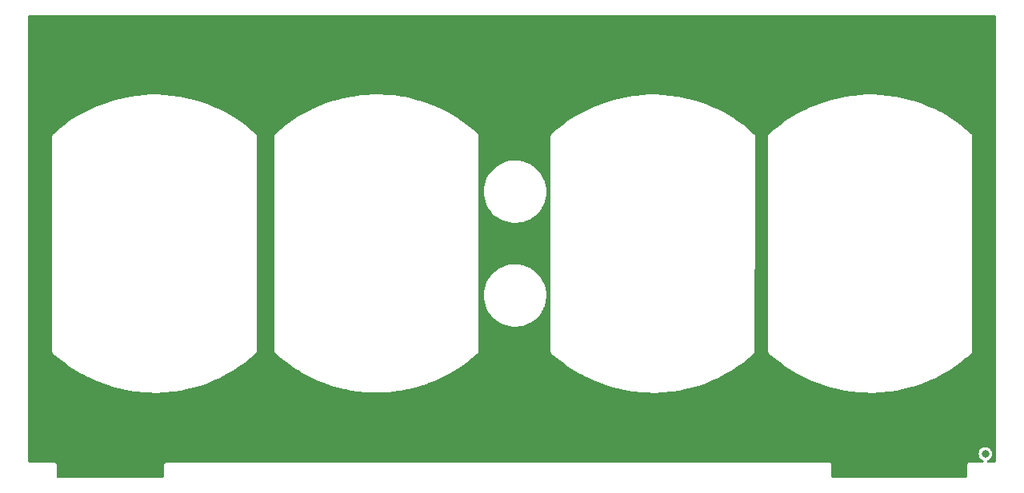
<source format=gbr>
G04 #@! TF.GenerationSoftware,KiCad,Pcbnew,(6.0.0)*
G04 #@! TF.CreationDate,2022-12-26T00:40:54+03:00*
G04 #@! TF.ProjectId,front panel,66726f6e-7420-4706-916e-656c2e6b6963,rev?*
G04 #@! TF.SameCoordinates,Original*
G04 #@! TF.FileFunction,Copper,L1,Top*
G04 #@! TF.FilePolarity,Positive*
%FSLAX46Y46*%
G04 Gerber Fmt 4.6, Leading zero omitted, Abs format (unit mm)*
G04 Created by KiCad (PCBNEW (6.0.0)) date 2022-12-26 00:40:54*
%MOMM*%
%LPD*%
G01*
G04 APERTURE LIST*
G04 #@! TA.AperFunction,ViaPad*
%ADD10C,0.800000*%
G04 #@! TD*
G04 APERTURE END LIST*
D10*
X210200000Y-98800000D03*
G04 #@! TA.AperFunction,NonConductor*
G36*
X211242121Y-52320002D02*
G01*
X211288614Y-52373658D01*
X211300000Y-52426000D01*
X211300000Y-99574000D01*
X211279998Y-99642121D01*
X211226342Y-99688614D01*
X211174000Y-99700000D01*
X210500600Y-99700000D01*
X210432479Y-99679998D01*
X210385986Y-99626342D01*
X210375882Y-99556068D01*
X210405376Y-99491488D01*
X210443986Y-99461435D01*
X210583714Y-99391159D01*
X210590498Y-99387747D01*
X210719423Y-99277634D01*
X210818361Y-99139947D01*
X210826237Y-99120356D01*
X210878766Y-98989687D01*
X210878767Y-98989685D01*
X210881601Y-98982634D01*
X210905490Y-98814778D01*
X210905645Y-98800000D01*
X210903840Y-98785080D01*
X210886188Y-98639220D01*
X210885276Y-98631680D01*
X210825345Y-98473077D01*
X210729312Y-98333349D01*
X210717514Y-98322837D01*
X210608392Y-98225612D01*
X210608388Y-98225610D01*
X210602721Y-98220560D01*
X210452881Y-98141224D01*
X210288441Y-98099919D01*
X210280843Y-98099879D01*
X210280841Y-98099879D01*
X210203668Y-98099475D01*
X210118895Y-98099031D01*
X210111508Y-98100805D01*
X210111504Y-98100805D01*
X209968162Y-98135220D01*
X209954032Y-98138612D01*
X209947288Y-98142093D01*
X209947285Y-98142094D01*
X209942089Y-98144776D01*
X209803369Y-98216375D01*
X209675604Y-98327831D01*
X209578113Y-98466547D01*
X209516524Y-98624513D01*
X209494394Y-98792611D01*
X209512999Y-98961135D01*
X209571266Y-99120356D01*
X209575502Y-99126659D01*
X209575502Y-99126660D01*
X209588574Y-99146113D01*
X209665830Y-99261083D01*
X209671442Y-99266190D01*
X209671445Y-99266193D01*
X209785612Y-99370077D01*
X209785616Y-99370080D01*
X209791233Y-99375191D01*
X209797906Y-99378814D01*
X209797910Y-99378817D01*
X209933558Y-99452467D01*
X209933560Y-99452468D01*
X209940235Y-99456092D01*
X209945387Y-99457444D01*
X210000598Y-99500523D01*
X210024074Y-99567526D01*
X210007598Y-99636584D01*
X209956403Y-99685773D01*
X209898240Y-99700000D01*
X208652256Y-99700000D01*
X208640756Y-99699438D01*
X208629782Y-99696260D01*
X208618189Y-99697264D01*
X208618188Y-99697264D01*
X208594482Y-99699317D01*
X208593538Y-99699399D01*
X208592025Y-99699530D01*
X208581153Y-99700000D01*
X208572095Y-99700000D01*
X208566394Y-99701062D01*
X208566391Y-99701062D01*
X208565539Y-99701221D01*
X208553352Y-99702879D01*
X208532860Y-99704654D01*
X208518440Y-99705903D01*
X208507989Y-99711012D01*
X208504714Y-99711920D01*
X208501563Y-99713136D01*
X208490130Y-99715265D01*
X208460284Y-99733662D01*
X208449528Y-99739588D01*
X208418034Y-99754983D01*
X208410120Y-99763515D01*
X208407403Y-99765533D01*
X208404900Y-99767803D01*
X208394993Y-99773909D01*
X208373782Y-99801803D01*
X208365871Y-99811216D01*
X208342029Y-99836917D01*
X208337717Y-99847723D01*
X208335905Y-99850590D01*
X208334386Y-99853611D01*
X208327346Y-99862869D01*
X208324112Y-99874037D01*
X208324109Y-99874043D01*
X208317599Y-99896525D01*
X208313602Y-99908167D01*
X208303910Y-99932459D01*
X208303909Y-99932465D01*
X208300615Y-99940720D01*
X208300000Y-99946993D01*
X208300000Y-99950082D01*
X208299850Y-99953145D01*
X208299736Y-99953139D01*
X208299438Y-99959244D01*
X208296260Y-99970218D01*
X208297264Y-99981811D01*
X208297264Y-99981812D01*
X208299530Y-100007975D01*
X208300000Y-100018847D01*
X208300000Y-101174000D01*
X208279998Y-101242121D01*
X208226342Y-101288614D01*
X208174000Y-101300000D01*
X194026000Y-101300000D01*
X193957879Y-101279998D01*
X193911386Y-101226342D01*
X193900000Y-101174000D01*
X193900000Y-100052256D01*
X193900562Y-100040756D01*
X193903740Y-100029782D01*
X193900470Y-99992025D01*
X193900000Y-99981153D01*
X193900000Y-99972095D01*
X193898779Y-99965538D01*
X193897121Y-99953352D01*
X193895101Y-99930033D01*
X193894097Y-99918440D01*
X193888988Y-99907989D01*
X193888080Y-99904714D01*
X193886864Y-99901563D01*
X193884735Y-99890130D01*
X193866338Y-99860284D01*
X193860412Y-99849528D01*
X193845017Y-99818034D01*
X193836485Y-99810120D01*
X193834467Y-99807403D01*
X193832197Y-99804900D01*
X193826091Y-99794993D01*
X193798195Y-99773781D01*
X193788784Y-99765871D01*
X193763083Y-99742029D01*
X193752277Y-99737717D01*
X193749410Y-99735905D01*
X193746389Y-99734386D01*
X193737131Y-99727346D01*
X193725963Y-99724112D01*
X193725957Y-99724109D01*
X193703475Y-99717599D01*
X193691833Y-99713602D01*
X193667541Y-99703910D01*
X193667535Y-99703909D01*
X193659280Y-99700615D01*
X193653007Y-99700000D01*
X193649918Y-99700000D01*
X193646855Y-99699850D01*
X193646861Y-99699736D01*
X193640756Y-99699438D01*
X193629782Y-99696260D01*
X193618189Y-99697264D01*
X193618188Y-99697264D01*
X193594482Y-99699317D01*
X193593538Y-99699399D01*
X193592025Y-99699530D01*
X193581153Y-99700000D01*
X123652256Y-99700000D01*
X123640756Y-99699438D01*
X123629782Y-99696260D01*
X123618189Y-99697264D01*
X123618188Y-99697264D01*
X123594482Y-99699317D01*
X123593538Y-99699399D01*
X123592025Y-99699530D01*
X123581153Y-99700000D01*
X123572095Y-99700000D01*
X123566394Y-99701062D01*
X123566391Y-99701062D01*
X123565539Y-99701221D01*
X123553352Y-99702879D01*
X123532860Y-99704654D01*
X123518440Y-99705903D01*
X123507989Y-99711012D01*
X123504714Y-99711920D01*
X123501563Y-99713136D01*
X123490130Y-99715265D01*
X123460284Y-99733662D01*
X123449528Y-99739588D01*
X123418034Y-99754983D01*
X123410120Y-99763515D01*
X123407403Y-99765533D01*
X123404900Y-99767803D01*
X123394993Y-99773909D01*
X123373782Y-99801803D01*
X123365871Y-99811216D01*
X123342029Y-99836917D01*
X123337717Y-99847723D01*
X123335905Y-99850590D01*
X123334386Y-99853611D01*
X123327346Y-99862869D01*
X123324112Y-99874037D01*
X123324109Y-99874043D01*
X123317599Y-99896525D01*
X123313602Y-99908167D01*
X123303910Y-99932459D01*
X123303909Y-99932465D01*
X123300615Y-99940720D01*
X123300000Y-99946993D01*
X123300000Y-99950082D01*
X123299850Y-99953145D01*
X123299736Y-99953139D01*
X123299438Y-99959244D01*
X123296260Y-99970218D01*
X123297264Y-99981811D01*
X123297264Y-99981812D01*
X123299530Y-100007975D01*
X123300000Y-100018847D01*
X123300000Y-101174000D01*
X123279998Y-101242121D01*
X123226342Y-101288614D01*
X123174000Y-101300000D01*
X112026000Y-101300000D01*
X111957879Y-101279998D01*
X111911386Y-101226342D01*
X111900000Y-101174000D01*
X111900000Y-100052256D01*
X111900562Y-100040756D01*
X111903740Y-100029782D01*
X111900470Y-99992025D01*
X111900000Y-99981153D01*
X111900000Y-99972095D01*
X111898779Y-99965538D01*
X111897121Y-99953352D01*
X111895101Y-99930033D01*
X111894097Y-99918440D01*
X111888988Y-99907989D01*
X111888080Y-99904714D01*
X111886864Y-99901563D01*
X111884735Y-99890130D01*
X111866338Y-99860284D01*
X111860412Y-99849528D01*
X111845017Y-99818034D01*
X111836485Y-99810120D01*
X111834467Y-99807403D01*
X111832197Y-99804900D01*
X111826091Y-99794993D01*
X111798195Y-99773781D01*
X111788784Y-99765871D01*
X111763083Y-99742029D01*
X111752277Y-99737717D01*
X111749410Y-99735905D01*
X111746389Y-99734386D01*
X111737131Y-99727346D01*
X111725963Y-99724112D01*
X111725957Y-99724109D01*
X111703475Y-99717599D01*
X111691833Y-99713602D01*
X111667541Y-99703910D01*
X111667535Y-99703909D01*
X111659280Y-99700615D01*
X111653007Y-99700000D01*
X111649918Y-99700000D01*
X111646855Y-99699850D01*
X111646861Y-99699736D01*
X111640756Y-99699438D01*
X111629782Y-99696260D01*
X111618189Y-99697264D01*
X111618188Y-99697264D01*
X111594482Y-99699317D01*
X111593538Y-99699399D01*
X111592025Y-99699530D01*
X111581153Y-99700000D01*
X109026000Y-99700000D01*
X108957879Y-99679998D01*
X108911386Y-99626342D01*
X108900000Y-99574000D01*
X108900000Y-87938304D01*
X111447791Y-87938304D01*
X111451055Y-87948832D01*
X111451055Y-87948834D01*
X111455994Y-87964767D01*
X111459517Y-87979020D01*
X111465252Y-88009836D01*
X111471357Y-88019743D01*
X111472018Y-88021457D01*
X111472501Y-88022313D01*
X111475853Y-88028829D01*
X111479117Y-88039356D01*
X111489026Y-88052399D01*
X111498315Y-88064627D01*
X111505248Y-88074740D01*
X111517208Y-88094147D01*
X111523884Y-88104980D01*
X111533143Y-88112023D01*
X111534118Y-88113098D01*
X111536938Y-88115466D01*
X111543117Y-88123599D01*
X111543597Y-88123908D01*
X111792334Y-88343189D01*
X112091229Y-88606688D01*
X112112840Y-88625740D01*
X112705985Y-89099982D01*
X113321240Y-89545165D01*
X113325164Y-89547726D01*
X113955894Y-89959420D01*
X113955905Y-89959427D01*
X113957183Y-89960261D01*
X113958487Y-89961026D01*
X113958509Y-89961039D01*
X114578224Y-90324308D01*
X114612343Y-90344308D01*
X114613673Y-90345004D01*
X114613682Y-90345009D01*
X115246986Y-90676420D01*
X115285205Y-90696420D01*
X115974215Y-91015783D01*
X116677779Y-91301658D01*
X116679166Y-91302145D01*
X116679189Y-91302154D01*
X117100209Y-91450072D01*
X117394271Y-91553385D01*
X117395692Y-91553809D01*
X117395696Y-91553810D01*
X117615805Y-91619440D01*
X118122034Y-91770381D01*
X118859387Y-91952144D01*
X119604624Y-92098256D01*
X119606125Y-92098476D01*
X119606131Y-92098477D01*
X120250738Y-92192947D01*
X120356023Y-92208377D01*
X121111846Y-92282254D01*
X121264565Y-92289797D01*
X121868839Y-92319641D01*
X121868859Y-92319641D01*
X121870347Y-92319715D01*
X121871858Y-92319717D01*
X121871862Y-92319717D01*
X122208472Y-92320142D01*
X122629772Y-92320674D01*
X122631263Y-92320604D01*
X122631269Y-92320604D01*
X123056607Y-92300674D01*
X123388365Y-92285129D01*
X123389878Y-92284985D01*
X124142882Y-92213303D01*
X124142889Y-92213302D01*
X124144372Y-92213161D01*
X124524568Y-92158422D01*
X124894556Y-92105153D01*
X124894569Y-92105151D01*
X124896047Y-92104938D01*
X124897516Y-92104654D01*
X124897521Y-92104653D01*
X125094149Y-92066618D01*
X125641651Y-91960710D01*
X125643103Y-91960356D01*
X126378006Y-91781164D01*
X126378024Y-91781159D01*
X126379460Y-91780809D01*
X127107769Y-91565651D01*
X127568855Y-91404964D01*
X127823458Y-91316236D01*
X127823466Y-91316233D01*
X127824895Y-91315735D01*
X128529178Y-91031638D01*
X128530562Y-91031001D01*
X128530573Y-91030996D01*
X129217589Y-90714663D01*
X129218992Y-90714017D01*
X129220341Y-90713315D01*
X129220352Y-90713310D01*
X129891397Y-90364305D01*
X129891412Y-90364297D01*
X129892742Y-90363605D01*
X130548870Y-89981214D01*
X131185859Y-89567726D01*
X131802236Y-89124098D01*
X132371394Y-88671387D01*
X132395392Y-88652299D01*
X132395403Y-88652290D01*
X132396577Y-88651356D01*
X132555510Y-88511956D01*
X132959118Y-88157952D01*
X132959119Y-88157951D01*
X132967086Y-88150963D01*
X132967567Y-88150655D01*
X132987012Y-88125193D01*
X132994804Y-88115946D01*
X133019156Y-88089715D01*
X133023471Y-88078913D01*
X133024251Y-88077680D01*
X133025673Y-88074570D01*
X133031779Y-88066574D01*
X133042543Y-88032160D01*
X133045778Y-88023063D01*
X133046420Y-88021457D01*
X133060610Y-87985928D01*
X133061228Y-87979655D01*
X133061230Y-87975215D01*
X133061458Y-87971687D01*
X133063361Y-87965602D01*
X133061385Y-87922611D01*
X133061287Y-87918304D01*
X134947791Y-87918304D01*
X134951055Y-87928832D01*
X134951055Y-87928834D01*
X134955994Y-87944767D01*
X134959517Y-87959020D01*
X134965252Y-87989836D01*
X134971357Y-87999743D01*
X134972018Y-88001457D01*
X134972501Y-88002313D01*
X134975853Y-88008829D01*
X134979117Y-88019356D01*
X134985785Y-88028133D01*
X134998315Y-88044627D01*
X135005248Y-88054740D01*
X135017781Y-88075077D01*
X135023884Y-88084980D01*
X135033143Y-88092023D01*
X135034118Y-88093098D01*
X135036938Y-88095466D01*
X135043117Y-88103599D01*
X135043597Y-88103908D01*
X135612840Y-88605740D01*
X136205985Y-89079982D01*
X136821240Y-89525165D01*
X136822496Y-89525985D01*
X136822505Y-89525991D01*
X137455894Y-89939420D01*
X137455905Y-89939427D01*
X137457183Y-89940261D01*
X137458487Y-89941026D01*
X137458509Y-89941039D01*
X137959590Y-90234766D01*
X138112343Y-90324308D01*
X138113673Y-90325004D01*
X138113682Y-90325009D01*
X138464128Y-90508399D01*
X138785205Y-90676420D01*
X139474215Y-90995783D01*
X140177779Y-91281658D01*
X140179166Y-91282145D01*
X140179189Y-91282154D01*
X140564108Y-91417388D01*
X140894271Y-91533385D01*
X140895692Y-91533809D01*
X140895696Y-91533810D01*
X141000801Y-91565149D01*
X141622034Y-91750381D01*
X142359387Y-91932144D01*
X142360869Y-91932435D01*
X142360871Y-91932435D01*
X142461396Y-91952144D01*
X143104624Y-92078256D01*
X143106125Y-92078476D01*
X143106131Y-92078477D01*
X143854508Y-92188155D01*
X143856023Y-92188377D01*
X144611846Y-92262254D01*
X144764565Y-92269797D01*
X145368839Y-92299641D01*
X145368859Y-92299641D01*
X145370347Y-92299715D01*
X145371858Y-92299717D01*
X145371862Y-92299717D01*
X145708472Y-92300142D01*
X146129772Y-92300674D01*
X146131263Y-92300604D01*
X146131269Y-92300604D01*
X146472548Y-92284613D01*
X146888365Y-92265129D01*
X146889878Y-92264985D01*
X147642882Y-92193303D01*
X147642889Y-92193302D01*
X147644372Y-92193161D01*
X148024568Y-92138422D01*
X148394556Y-92085153D01*
X148394569Y-92085151D01*
X148396047Y-92084938D01*
X148397516Y-92084654D01*
X148397521Y-92084653D01*
X148594149Y-92046618D01*
X149141651Y-91940710D01*
X149143103Y-91940356D01*
X149878006Y-91761164D01*
X149878024Y-91761159D01*
X149879460Y-91760809D01*
X150607769Y-91545651D01*
X151033205Y-91397388D01*
X151323458Y-91296236D01*
X151323466Y-91296233D01*
X151324895Y-91295735D01*
X152029178Y-91011638D01*
X152030562Y-91011001D01*
X152030573Y-91010996D01*
X152717589Y-90694663D01*
X152718992Y-90694017D01*
X152720341Y-90693315D01*
X152720352Y-90693310D01*
X153391397Y-90344305D01*
X153391412Y-90344297D01*
X153392742Y-90343605D01*
X154048870Y-89961214D01*
X154685859Y-89547726D01*
X155302236Y-89104098D01*
X155535150Y-88918837D01*
X155895392Y-88632299D01*
X155895403Y-88632290D01*
X155896577Y-88631356D01*
X156384946Y-88203008D01*
X156459118Y-88137952D01*
X156459119Y-88137951D01*
X156467086Y-88130963D01*
X156467567Y-88130655D01*
X156475412Y-88120383D01*
X156487010Y-88105195D01*
X156494804Y-88095946D01*
X156519156Y-88069715D01*
X156523471Y-88058913D01*
X156524251Y-88057680D01*
X156525673Y-88054570D01*
X156531779Y-88046574D01*
X156542543Y-88012160D01*
X156545778Y-88003063D01*
X156546420Y-88001457D01*
X156560610Y-87965928D01*
X156561228Y-87959655D01*
X156561230Y-87955215D01*
X156561458Y-87951687D01*
X156563361Y-87945602D01*
X156563026Y-87938304D01*
X164187791Y-87938304D01*
X164191055Y-87948832D01*
X164191055Y-87948834D01*
X164195994Y-87964767D01*
X164199517Y-87979020D01*
X164205252Y-88009836D01*
X164211357Y-88019743D01*
X164212018Y-88021457D01*
X164212501Y-88022313D01*
X164215853Y-88028829D01*
X164219117Y-88039356D01*
X164229026Y-88052399D01*
X164238315Y-88064627D01*
X164245248Y-88074740D01*
X164257208Y-88094147D01*
X164263884Y-88104980D01*
X164273143Y-88112023D01*
X164274118Y-88113098D01*
X164276938Y-88115466D01*
X164283117Y-88123599D01*
X164283597Y-88123908D01*
X164532334Y-88343189D01*
X164831229Y-88606688D01*
X164852840Y-88625740D01*
X165445985Y-89099982D01*
X166061240Y-89545165D01*
X166065164Y-89547726D01*
X166695894Y-89959420D01*
X166695905Y-89959427D01*
X166697183Y-89960261D01*
X166698487Y-89961026D01*
X166698509Y-89961039D01*
X167318224Y-90324308D01*
X167352343Y-90344308D01*
X167353673Y-90345004D01*
X167353682Y-90345009D01*
X167986986Y-90676420D01*
X168025205Y-90696420D01*
X168714215Y-91015783D01*
X169417779Y-91301658D01*
X169419166Y-91302145D01*
X169419189Y-91302154D01*
X169840209Y-91450072D01*
X170134271Y-91553385D01*
X170135692Y-91553809D01*
X170135696Y-91553810D01*
X170355805Y-91619440D01*
X170862034Y-91770381D01*
X171599387Y-91952144D01*
X172344624Y-92098256D01*
X172346125Y-92098476D01*
X172346131Y-92098477D01*
X172990738Y-92192947D01*
X173096023Y-92208377D01*
X173851846Y-92282254D01*
X174004565Y-92289797D01*
X174608839Y-92319641D01*
X174608859Y-92319641D01*
X174610347Y-92319715D01*
X174611858Y-92319717D01*
X174611862Y-92319717D01*
X174948472Y-92320142D01*
X175369772Y-92320674D01*
X175371263Y-92320604D01*
X175371269Y-92320604D01*
X175796607Y-92300674D01*
X176128365Y-92285129D01*
X176129878Y-92284985D01*
X176882882Y-92213303D01*
X176882889Y-92213302D01*
X176884372Y-92213161D01*
X177264568Y-92158422D01*
X177634556Y-92105153D01*
X177634569Y-92105151D01*
X177636047Y-92104938D01*
X177637516Y-92104654D01*
X177637521Y-92104653D01*
X177834149Y-92066618D01*
X178381651Y-91960710D01*
X178383103Y-91960356D01*
X179118006Y-91781164D01*
X179118024Y-91781159D01*
X179119460Y-91780809D01*
X179847769Y-91565651D01*
X180308855Y-91404964D01*
X180563458Y-91316236D01*
X180563466Y-91316233D01*
X180564895Y-91315735D01*
X181269178Y-91031638D01*
X181270562Y-91031001D01*
X181270573Y-91030996D01*
X181957589Y-90714663D01*
X181958992Y-90714017D01*
X181960341Y-90713315D01*
X181960352Y-90713310D01*
X182631397Y-90364305D01*
X182631412Y-90364297D01*
X182632742Y-90363605D01*
X183288870Y-89981214D01*
X183925859Y-89567726D01*
X184542236Y-89124098D01*
X185111394Y-88671387D01*
X185135392Y-88652299D01*
X185135403Y-88652290D01*
X185136577Y-88651356D01*
X185295510Y-88511956D01*
X185699118Y-88157952D01*
X185699119Y-88157951D01*
X185707086Y-88150963D01*
X185707567Y-88150655D01*
X185727012Y-88125193D01*
X185734804Y-88115946D01*
X185759156Y-88089715D01*
X185763471Y-88078913D01*
X185764251Y-88077680D01*
X185765673Y-88074570D01*
X185771779Y-88066574D01*
X185782543Y-88032160D01*
X185785778Y-88023063D01*
X185786420Y-88021457D01*
X185800610Y-87985928D01*
X185801228Y-87979655D01*
X185801230Y-87975215D01*
X185801458Y-87971687D01*
X185803361Y-87965602D01*
X185802106Y-87938304D01*
X187197791Y-87938304D01*
X187201055Y-87948832D01*
X187201055Y-87948834D01*
X187205994Y-87964767D01*
X187209517Y-87979020D01*
X187215252Y-88009836D01*
X187221357Y-88019743D01*
X187222018Y-88021457D01*
X187222501Y-88022313D01*
X187225853Y-88028829D01*
X187229117Y-88039356D01*
X187239026Y-88052399D01*
X187248315Y-88064627D01*
X187255248Y-88074740D01*
X187267208Y-88094147D01*
X187273884Y-88104980D01*
X187283143Y-88112023D01*
X187284118Y-88113098D01*
X187286938Y-88115466D01*
X187293117Y-88123599D01*
X187293597Y-88123908D01*
X187542334Y-88343189D01*
X187841229Y-88606688D01*
X187862840Y-88625740D01*
X188455985Y-89099982D01*
X189071240Y-89545165D01*
X189075164Y-89547726D01*
X189705894Y-89959420D01*
X189705905Y-89959427D01*
X189707183Y-89960261D01*
X189708487Y-89961026D01*
X189708509Y-89961039D01*
X190328224Y-90324308D01*
X190362343Y-90344308D01*
X190363673Y-90345004D01*
X190363682Y-90345009D01*
X190996986Y-90676420D01*
X191035205Y-90696420D01*
X191724215Y-91015783D01*
X192427779Y-91301658D01*
X192429166Y-91302145D01*
X192429189Y-91302154D01*
X192850209Y-91450072D01*
X193144271Y-91553385D01*
X193145692Y-91553809D01*
X193145696Y-91553810D01*
X193365805Y-91619440D01*
X193872034Y-91770381D01*
X194609387Y-91952144D01*
X195354624Y-92098256D01*
X195356125Y-92098476D01*
X195356131Y-92098477D01*
X196000738Y-92192947D01*
X196106023Y-92208377D01*
X196861846Y-92282254D01*
X197014565Y-92289797D01*
X197618839Y-92319641D01*
X197618859Y-92319641D01*
X197620347Y-92319715D01*
X197621858Y-92319717D01*
X197621862Y-92319717D01*
X197958472Y-92320142D01*
X198379772Y-92320674D01*
X198381263Y-92320604D01*
X198381269Y-92320604D01*
X198806607Y-92300674D01*
X199138365Y-92285129D01*
X199139878Y-92284985D01*
X199892882Y-92213303D01*
X199892889Y-92213302D01*
X199894372Y-92213161D01*
X200274568Y-92158422D01*
X200644556Y-92105153D01*
X200644569Y-92105151D01*
X200646047Y-92104938D01*
X200647516Y-92104654D01*
X200647521Y-92104653D01*
X200844149Y-92066618D01*
X201391651Y-91960710D01*
X201393103Y-91960356D01*
X202128006Y-91781164D01*
X202128024Y-91781159D01*
X202129460Y-91780809D01*
X202857769Y-91565651D01*
X203318855Y-91404964D01*
X203573458Y-91316236D01*
X203573466Y-91316233D01*
X203574895Y-91315735D01*
X204279178Y-91031638D01*
X204280562Y-91031001D01*
X204280573Y-91030996D01*
X204967589Y-90714663D01*
X204968992Y-90714017D01*
X204970341Y-90713315D01*
X204970352Y-90713310D01*
X205641397Y-90364305D01*
X205641412Y-90364297D01*
X205642742Y-90363605D01*
X206298870Y-89981214D01*
X206935859Y-89567726D01*
X207552236Y-89124098D01*
X208121394Y-88671387D01*
X208145392Y-88652299D01*
X208145403Y-88652290D01*
X208146577Y-88651356D01*
X208305510Y-88511956D01*
X208709118Y-88157952D01*
X208709119Y-88157951D01*
X208717086Y-88150963D01*
X208717567Y-88150655D01*
X208737012Y-88125193D01*
X208744804Y-88115946D01*
X208769156Y-88089715D01*
X208773471Y-88078913D01*
X208774251Y-88077680D01*
X208775673Y-88074570D01*
X208781779Y-88066574D01*
X208792543Y-88032160D01*
X208795778Y-88023063D01*
X208796420Y-88021457D01*
X208810610Y-87985928D01*
X208811228Y-87979655D01*
X208811230Y-87975215D01*
X208811458Y-87971687D01*
X208813361Y-87965602D01*
X208811385Y-87922611D01*
X208811252Y-87916783D01*
X208811258Y-87902617D01*
X208817875Y-70659715D01*
X208819997Y-65129652D01*
X208820126Y-65124002D01*
X208821587Y-65091736D01*
X208821587Y-65091733D01*
X208822085Y-65080725D01*
X208814016Y-65054990D01*
X208810367Y-65040318D01*
X208806902Y-65021673D01*
X208804777Y-65010239D01*
X208798679Y-65000337D01*
X208797923Y-64998376D01*
X208793732Y-64990294D01*
X208790434Y-64979775D01*
X208783739Y-64971020D01*
X208783737Y-64971017D01*
X208771600Y-64955146D01*
X208764403Y-64944682D01*
X208752271Y-64924984D01*
X208752269Y-64924982D01*
X208746170Y-64915079D01*
X208736914Y-64908035D01*
X208735927Y-64906945D01*
X208732619Y-64904177D01*
X208726164Y-64895737D01*
X208725663Y-64895417D01*
X208348429Y-64565015D01*
X208155709Y-64396220D01*
X208155704Y-64396215D01*
X208154567Y-64395220D01*
X208153376Y-64394274D01*
X207560807Y-63923657D01*
X207560800Y-63923652D01*
X207559613Y-63922709D01*
X207456514Y-63848627D01*
X206943841Y-63480244D01*
X206943827Y-63480234D01*
X206942617Y-63479365D01*
X206443090Y-63155685D01*
X206306273Y-63067031D01*
X206306262Y-63067024D01*
X206305010Y-63066213D01*
X205648266Y-62684211D01*
X205646926Y-62683515D01*
X205646914Y-62683509D01*
X205266041Y-62485850D01*
X204973907Y-62334243D01*
X204283494Y-62017119D01*
X204082554Y-61936288D01*
X203580054Y-61734148D01*
X203580038Y-61734142D01*
X203578626Y-61733574D01*
X202860934Y-61484263D01*
X202132080Y-61269765D01*
X201393751Y-61090576D01*
X200718489Y-60960730D01*
X200649162Y-60947399D01*
X200649154Y-60947398D01*
X200647658Y-60947110D01*
X200646176Y-60946898D01*
X200646156Y-60946895D01*
X199897007Y-60839911D01*
X199896993Y-60839909D01*
X199895527Y-60839700D01*
X199894032Y-60839559D01*
X199894028Y-60839559D01*
X199140592Y-60768735D01*
X199140582Y-60768734D01*
X199139100Y-60768595D01*
X198380129Y-60733959D01*
X198033423Y-60734832D01*
X197621878Y-60735868D01*
X197621870Y-60735868D01*
X197620370Y-60735872D01*
X197618857Y-60735949D01*
X197618845Y-60735949D01*
X196863097Y-60774253D01*
X196863088Y-60774254D01*
X196861582Y-60774330D01*
X196305130Y-60829466D01*
X196107026Y-60849095D01*
X196107023Y-60849095D01*
X196105523Y-60849244D01*
X195353943Y-60960441D01*
X195352486Y-60960729D01*
X195352479Y-60960730D01*
X195168501Y-60997069D01*
X194608581Y-61107662D01*
X194383743Y-61163430D01*
X193872627Y-61290205D01*
X193872613Y-61290209D01*
X193871165Y-61290568D01*
X193143400Y-61508734D01*
X192426973Y-61761656D01*
X192425573Y-61762227D01*
X192425574Y-61762227D01*
X191724959Y-62048169D01*
X191724949Y-62048173D01*
X191723541Y-62048748D01*
X191722173Y-62049385D01*
X191722154Y-62049393D01*
X191077704Y-62349344D01*
X191034734Y-62369344D01*
X191033402Y-62370044D01*
X190363492Y-62721997D01*
X190363480Y-62722004D01*
X190362147Y-62722704D01*
X189707335Y-63108009D01*
X189071817Y-63524367D01*
X189070592Y-63525257D01*
X189070590Y-63525258D01*
X188471167Y-63960570D01*
X188457062Y-63970813D01*
X187864494Y-64446314D01*
X187863359Y-64447319D01*
X187863351Y-64447325D01*
X187303852Y-64942367D01*
X187303851Y-64942369D01*
X187295921Y-64949385D01*
X187295426Y-64949705D01*
X187288777Y-64958490D01*
X187288774Y-64958493D01*
X187276606Y-64974571D01*
X187268503Y-64984231D01*
X187244767Y-65009813D01*
X187240456Y-65020614D01*
X187239661Y-65021871D01*
X187237939Y-65025662D01*
X187231580Y-65034064D01*
X187228336Y-65044597D01*
X187221222Y-65067694D01*
X187217829Y-65077307D01*
X187203340Y-65113611D01*
X187202724Y-65119884D01*
X187202724Y-65122961D01*
X187202723Y-65122973D01*
X187202723Y-65124507D01*
X187202469Y-65128577D01*
X187200438Y-65135173D01*
X187201711Y-65160458D01*
X187202558Y-65177290D01*
X187202717Y-65183624D01*
X187201628Y-74284159D01*
X187200001Y-87889681D01*
X187199853Y-87895767D01*
X187198834Y-87916783D01*
X187197791Y-87938304D01*
X185802106Y-87938304D01*
X185801385Y-87922611D01*
X185801252Y-87916783D01*
X185801258Y-87902617D01*
X185807875Y-70659715D01*
X185809997Y-65129652D01*
X185810126Y-65124002D01*
X185811587Y-65091736D01*
X185811587Y-65091733D01*
X185812085Y-65080725D01*
X185804016Y-65054990D01*
X185800367Y-65040318D01*
X185796902Y-65021673D01*
X185794777Y-65010239D01*
X185788679Y-65000337D01*
X185787923Y-64998376D01*
X185783732Y-64990294D01*
X185780434Y-64979775D01*
X185773739Y-64971020D01*
X185773737Y-64971017D01*
X185761600Y-64955146D01*
X185754403Y-64944682D01*
X185742271Y-64924984D01*
X185742269Y-64924982D01*
X185736170Y-64915079D01*
X185726914Y-64908035D01*
X185725927Y-64906945D01*
X185722619Y-64904177D01*
X185716164Y-64895737D01*
X185715663Y-64895417D01*
X185338429Y-64565015D01*
X185145709Y-64396220D01*
X185145704Y-64396215D01*
X185144567Y-64395220D01*
X185143376Y-64394274D01*
X184550807Y-63923657D01*
X184550800Y-63923652D01*
X184549613Y-63922709D01*
X184446514Y-63848627D01*
X183933841Y-63480244D01*
X183933827Y-63480234D01*
X183932617Y-63479365D01*
X183433090Y-63155685D01*
X183296273Y-63067031D01*
X183296262Y-63067024D01*
X183295010Y-63066213D01*
X182638266Y-62684211D01*
X182636926Y-62683515D01*
X182636914Y-62683509D01*
X182256041Y-62485850D01*
X181963907Y-62334243D01*
X181273494Y-62017119D01*
X181072554Y-61936288D01*
X180570054Y-61734148D01*
X180570038Y-61734142D01*
X180568626Y-61733574D01*
X179850934Y-61484263D01*
X179122080Y-61269765D01*
X178383751Y-61090576D01*
X177708489Y-60960730D01*
X177639162Y-60947399D01*
X177639154Y-60947398D01*
X177637658Y-60947110D01*
X177636176Y-60946898D01*
X177636156Y-60946895D01*
X176887007Y-60839911D01*
X176886993Y-60839909D01*
X176885527Y-60839700D01*
X176884032Y-60839559D01*
X176884028Y-60839559D01*
X176130592Y-60768735D01*
X176130582Y-60768734D01*
X176129100Y-60768595D01*
X175370129Y-60733959D01*
X175023423Y-60734832D01*
X174611878Y-60735868D01*
X174611870Y-60735868D01*
X174610370Y-60735872D01*
X174608857Y-60735949D01*
X174608845Y-60735949D01*
X173853097Y-60774253D01*
X173853088Y-60774254D01*
X173851582Y-60774330D01*
X173295130Y-60829466D01*
X173097026Y-60849095D01*
X173097023Y-60849095D01*
X173095523Y-60849244D01*
X172343943Y-60960441D01*
X172342486Y-60960729D01*
X172342479Y-60960730D01*
X172158501Y-60997069D01*
X171598581Y-61107662D01*
X171373743Y-61163430D01*
X170862627Y-61290205D01*
X170862613Y-61290209D01*
X170861165Y-61290568D01*
X170133400Y-61508734D01*
X169416973Y-61761656D01*
X169415573Y-61762227D01*
X169415574Y-61762227D01*
X168714959Y-62048169D01*
X168714949Y-62048173D01*
X168713541Y-62048748D01*
X168712173Y-62049385D01*
X168712154Y-62049393D01*
X168067704Y-62349344D01*
X168024734Y-62369344D01*
X168023402Y-62370044D01*
X167353492Y-62721997D01*
X167353480Y-62722004D01*
X167352147Y-62722704D01*
X166697335Y-63108009D01*
X166061817Y-63524367D01*
X166060592Y-63525257D01*
X166060590Y-63525258D01*
X165461167Y-63960570D01*
X165447062Y-63970813D01*
X164854494Y-64446314D01*
X164853359Y-64447319D01*
X164853351Y-64447325D01*
X164293852Y-64942367D01*
X164293851Y-64942369D01*
X164285921Y-64949385D01*
X164285426Y-64949705D01*
X164278777Y-64958490D01*
X164278774Y-64958493D01*
X164266606Y-64974571D01*
X164258503Y-64984231D01*
X164234767Y-65009813D01*
X164230456Y-65020614D01*
X164229661Y-65021871D01*
X164227939Y-65025662D01*
X164221580Y-65034064D01*
X164218336Y-65044597D01*
X164211222Y-65067694D01*
X164207829Y-65077307D01*
X164193340Y-65113611D01*
X164192724Y-65119884D01*
X164192724Y-65122961D01*
X164192723Y-65122973D01*
X164192723Y-65124507D01*
X164192469Y-65128577D01*
X164190438Y-65135173D01*
X164191711Y-65160458D01*
X164192558Y-65177290D01*
X164192717Y-65183624D01*
X164191628Y-74284159D01*
X164190001Y-87889681D01*
X164189853Y-87895767D01*
X164188834Y-87916783D01*
X164187791Y-87938304D01*
X156563026Y-87938304D01*
X156561385Y-87902611D01*
X156561252Y-87896783D01*
X156561253Y-87895767D01*
X156563512Y-82008464D01*
X157115173Y-82008464D01*
X157115345Y-82011859D01*
X157115345Y-82011860D01*
X157116835Y-82041266D01*
X157133257Y-82365451D01*
X157189790Y-82718396D01*
X157284110Y-83063172D01*
X157415114Y-83395744D01*
X157416697Y-83398759D01*
X157579685Y-83709207D01*
X157579690Y-83709215D01*
X157581269Y-83712223D01*
X157583163Y-83715041D01*
X157583168Y-83715050D01*
X157672215Y-83847565D01*
X157780632Y-84008907D01*
X158010870Y-84282323D01*
X158269291Y-84529276D01*
X158552870Y-84746874D01*
X158587659Y-84768026D01*
X158855377Y-84930801D01*
X158855382Y-84930804D01*
X158858292Y-84932573D01*
X158861380Y-84934019D01*
X158861379Y-84934019D01*
X159178899Y-85082757D01*
X159178909Y-85082761D01*
X159181983Y-85084201D01*
X159185201Y-85085303D01*
X159185204Y-85085304D01*
X159516932Y-85198880D01*
X159516940Y-85198882D01*
X159520155Y-85199983D01*
X159868855Y-85278566D01*
X159911669Y-85283444D01*
X160220619Y-85318645D01*
X160220627Y-85318645D01*
X160224002Y-85319030D01*
X160227406Y-85319048D01*
X160227409Y-85319048D01*
X160421011Y-85320061D01*
X160581441Y-85320901D01*
X160584827Y-85320551D01*
X160584829Y-85320551D01*
X160933600Y-85284510D01*
X160933609Y-85284509D01*
X160936992Y-85284159D01*
X160940325Y-85283445D01*
X160940328Y-85283444D01*
X161112403Y-85246554D01*
X161286495Y-85209232D01*
X161625862Y-85096997D01*
X161951123Y-84948767D01*
X162046382Y-84892207D01*
X162255527Y-84768026D01*
X162255532Y-84768023D01*
X162258472Y-84766277D01*
X162284315Y-84746874D01*
X162541582Y-84553712D01*
X162544315Y-84551660D01*
X162805307Y-84307427D01*
X163038396Y-84036436D01*
X163211729Y-83784236D01*
X163238925Y-83744666D01*
X163238930Y-83744659D01*
X163240855Y-83741857D01*
X163242467Y-83738863D01*
X163242472Y-83738855D01*
X163408693Y-83430147D01*
X163410315Y-83427135D01*
X163544794Y-83095953D01*
X163555070Y-83059881D01*
X163641785Y-82755462D01*
X163642719Y-82752184D01*
X163702945Y-82399850D01*
X163704844Y-82368812D01*
X163724656Y-82044870D01*
X163724766Y-82043072D01*
X163724847Y-82020000D01*
X163705517Y-81663079D01*
X163647752Y-81310333D01*
X163552230Y-80965888D01*
X163420066Y-80633775D01*
X163344313Y-80490703D01*
X163254406Y-80320897D01*
X163254402Y-80320890D01*
X163252807Y-80317878D01*
X163052410Y-80021892D01*
X162821218Y-79749281D01*
X162561937Y-79503232D01*
X162344900Y-79337894D01*
X162280307Y-79288687D01*
X162280305Y-79288685D01*
X162277600Y-79286625D01*
X162274688Y-79284868D01*
X162274683Y-79284865D01*
X161974453Y-79103755D01*
X161974452Y-79103755D01*
X161971532Y-79101993D01*
X161963689Y-79098352D01*
X161650395Y-78952926D01*
X161650393Y-78952925D01*
X161647314Y-78951496D01*
X161644102Y-78950409D01*
X161644095Y-78950406D01*
X161311975Y-78837990D01*
X161311970Y-78837988D01*
X161308739Y-78836895D01*
X161294833Y-78833812D01*
X161224812Y-78818289D01*
X160959767Y-78759530D01*
X160834234Y-78745671D01*
X160607863Y-78720679D01*
X160607858Y-78720679D01*
X160604482Y-78720306D01*
X160601083Y-78720300D01*
X160601082Y-78720300D01*
X160432596Y-78720006D01*
X160247038Y-78719682D01*
X160114823Y-78733812D01*
X159895001Y-78757304D01*
X159894995Y-78757305D01*
X159891617Y-78757666D01*
X159888294Y-78758390D01*
X159888291Y-78758391D01*
X159879669Y-78760271D01*
X159542378Y-78833812D01*
X159203405Y-78947231D01*
X158878664Y-79096595D01*
X158875730Y-79098351D01*
X158875728Y-79098352D01*
X158784777Y-79152785D01*
X158571953Y-79280158D01*
X158286861Y-79495771D01*
X158284379Y-79498110D01*
X158284373Y-79498115D01*
X158140353Y-79633833D01*
X158026723Y-79740913D01*
X158024511Y-79743503D01*
X158024509Y-79743505D01*
X157987462Y-79786882D01*
X157794581Y-80012716D01*
X157792662Y-80015528D01*
X157792659Y-80015533D01*
X157786397Y-80024713D01*
X157593152Y-80308000D01*
X157424791Y-80623311D01*
X157423516Y-80626483D01*
X157423514Y-80626487D01*
X157419313Y-80636939D01*
X157291469Y-80954961D01*
X157290550Y-80958229D01*
X157290548Y-80958236D01*
X157195665Y-81295792D01*
X157194744Y-81299070D01*
X157135749Y-81651612D01*
X157116138Y-81991726D01*
X157115173Y-82008464D01*
X156563512Y-82008464D01*
X156566962Y-73017004D01*
X156567733Y-71008464D01*
X157125173Y-71008464D01*
X157125345Y-71011859D01*
X157125345Y-71011860D01*
X157126835Y-71041266D01*
X157143257Y-71365451D01*
X157199790Y-71718396D01*
X157294110Y-72063172D01*
X157425114Y-72395744D01*
X157426697Y-72398759D01*
X157589685Y-72709207D01*
X157589690Y-72709215D01*
X157591269Y-72712223D01*
X157593163Y-72715041D01*
X157593168Y-72715050D01*
X157682215Y-72847565D01*
X157790632Y-73008907D01*
X158020870Y-73282323D01*
X158279291Y-73529276D01*
X158562870Y-73746874D01*
X158597659Y-73768026D01*
X158865377Y-73930801D01*
X158865382Y-73930804D01*
X158868292Y-73932573D01*
X158871380Y-73934019D01*
X158871379Y-73934019D01*
X159188899Y-74082757D01*
X159188909Y-74082761D01*
X159191983Y-74084201D01*
X159195201Y-74085303D01*
X159195204Y-74085304D01*
X159526932Y-74198880D01*
X159526940Y-74198882D01*
X159530155Y-74199983D01*
X159878855Y-74278566D01*
X159921669Y-74283444D01*
X160230619Y-74318645D01*
X160230627Y-74318645D01*
X160234002Y-74319030D01*
X160237406Y-74319048D01*
X160237409Y-74319048D01*
X160431011Y-74320061D01*
X160591441Y-74320901D01*
X160594827Y-74320551D01*
X160594829Y-74320551D01*
X160943600Y-74284510D01*
X160943609Y-74284509D01*
X160946992Y-74284159D01*
X160950325Y-74283445D01*
X160950328Y-74283444D01*
X161122403Y-74246554D01*
X161296495Y-74209232D01*
X161635862Y-74096997D01*
X161961123Y-73948767D01*
X162056382Y-73892207D01*
X162265527Y-73768026D01*
X162265532Y-73768023D01*
X162268472Y-73766277D01*
X162294315Y-73746874D01*
X162551582Y-73553712D01*
X162554315Y-73551660D01*
X162815307Y-73307427D01*
X163048396Y-73036436D01*
X163221729Y-72784236D01*
X163248925Y-72744666D01*
X163248930Y-72744659D01*
X163250855Y-72741857D01*
X163252467Y-72738863D01*
X163252472Y-72738855D01*
X163418693Y-72430147D01*
X163420315Y-72427135D01*
X163554794Y-72095953D01*
X163565070Y-72059881D01*
X163651785Y-71755462D01*
X163652719Y-71752184D01*
X163712945Y-71399850D01*
X163714844Y-71368812D01*
X163734656Y-71044870D01*
X163734766Y-71043072D01*
X163734847Y-71020000D01*
X163715517Y-70663079D01*
X163657752Y-70310333D01*
X163562230Y-69965888D01*
X163430066Y-69633775D01*
X163354313Y-69490703D01*
X163264406Y-69320897D01*
X163264402Y-69320890D01*
X163262807Y-69317878D01*
X163062410Y-69021892D01*
X162831218Y-68749281D01*
X162571937Y-68503232D01*
X162354900Y-68337894D01*
X162290307Y-68288687D01*
X162290305Y-68288685D01*
X162287600Y-68286625D01*
X162284688Y-68284868D01*
X162284683Y-68284865D01*
X161984453Y-68103755D01*
X161984452Y-68103755D01*
X161981532Y-68101993D01*
X161973689Y-68098352D01*
X161660395Y-67952926D01*
X161660393Y-67952925D01*
X161657314Y-67951496D01*
X161654102Y-67950409D01*
X161654095Y-67950406D01*
X161321975Y-67837990D01*
X161321970Y-67837988D01*
X161318739Y-67836895D01*
X161304833Y-67833812D01*
X161234812Y-67818289D01*
X160969767Y-67759530D01*
X160844234Y-67745671D01*
X160617863Y-67720679D01*
X160617858Y-67720679D01*
X160614482Y-67720306D01*
X160611083Y-67720300D01*
X160611082Y-67720300D01*
X160442596Y-67720006D01*
X160257038Y-67719682D01*
X160124823Y-67733812D01*
X159905001Y-67757304D01*
X159904995Y-67757305D01*
X159901617Y-67757666D01*
X159898294Y-67758390D01*
X159898291Y-67758391D01*
X159889669Y-67760271D01*
X159552378Y-67833812D01*
X159213405Y-67947231D01*
X158888664Y-68096595D01*
X158885730Y-68098351D01*
X158885728Y-68098352D01*
X158794777Y-68152785D01*
X158581953Y-68280158D01*
X158296861Y-68495771D01*
X158294379Y-68498110D01*
X158294373Y-68498115D01*
X158150353Y-68633833D01*
X158036723Y-68740913D01*
X158034511Y-68743503D01*
X158034509Y-68743505D01*
X157997462Y-68786882D01*
X157804581Y-69012716D01*
X157802662Y-69015528D01*
X157802659Y-69015533D01*
X157796397Y-69024713D01*
X157603152Y-69308000D01*
X157434791Y-69623311D01*
X157433516Y-69626483D01*
X157433514Y-69626487D01*
X157429313Y-69636939D01*
X157301469Y-69954961D01*
X157300550Y-69958229D01*
X157300548Y-69958236D01*
X157205665Y-70295792D01*
X157204744Y-70299070D01*
X157145749Y-70651612D01*
X157126138Y-70991726D01*
X157125173Y-71008464D01*
X156567733Y-71008464D01*
X156569997Y-65109652D01*
X156570126Y-65104002D01*
X156571587Y-65071736D01*
X156571587Y-65071733D01*
X156572085Y-65060725D01*
X156564016Y-65034990D01*
X156560367Y-65020318D01*
X156556902Y-65001673D01*
X156554777Y-64990239D01*
X156548679Y-64980337D01*
X156547923Y-64978376D01*
X156543732Y-64970294D01*
X156540434Y-64959775D01*
X156533739Y-64951020D01*
X156533737Y-64951017D01*
X156521600Y-64935146D01*
X156514403Y-64924682D01*
X156502271Y-64904984D01*
X156502269Y-64904982D01*
X156496170Y-64895079D01*
X156486914Y-64888035D01*
X156485927Y-64886945D01*
X156482619Y-64884177D01*
X156476164Y-64875737D01*
X156475663Y-64875417D01*
X155984647Y-64445358D01*
X155905709Y-64376220D01*
X155905704Y-64376215D01*
X155904567Y-64375220D01*
X155880004Y-64355712D01*
X155310807Y-63903657D01*
X155310800Y-63903652D01*
X155309613Y-63902709D01*
X155206514Y-63828627D01*
X154693841Y-63460244D01*
X154693827Y-63460234D01*
X154692617Y-63459365D01*
X154249392Y-63172167D01*
X154056273Y-63047031D01*
X154056262Y-63047024D01*
X154055010Y-63046213D01*
X153398266Y-62664211D01*
X153396926Y-62663515D01*
X153396914Y-62663509D01*
X153048569Y-62482731D01*
X152723907Y-62314243D01*
X152602782Y-62258607D01*
X152147300Y-62049393D01*
X152033494Y-61997119D01*
X151571398Y-61811233D01*
X151330054Y-61714148D01*
X151330038Y-61714142D01*
X151328626Y-61713574D01*
X150610934Y-61464263D01*
X149882080Y-61249765D01*
X149143751Y-61070576D01*
X148738589Y-60992668D01*
X148399162Y-60927399D01*
X148399154Y-60927398D01*
X148397658Y-60927110D01*
X148396176Y-60926898D01*
X148396156Y-60926895D01*
X147647007Y-60819911D01*
X147646993Y-60819909D01*
X147645527Y-60819700D01*
X147644032Y-60819559D01*
X147644028Y-60819559D01*
X146890592Y-60748735D01*
X146890582Y-60748734D01*
X146889100Y-60748595D01*
X146130129Y-60713959D01*
X145783423Y-60714832D01*
X145371878Y-60715868D01*
X145371870Y-60715868D01*
X145370370Y-60715872D01*
X145368857Y-60715949D01*
X145368845Y-60715949D01*
X144613097Y-60754253D01*
X144613088Y-60754254D01*
X144611582Y-60754330D01*
X143983815Y-60816532D01*
X143857026Y-60829095D01*
X143857023Y-60829095D01*
X143855523Y-60829244D01*
X143103943Y-60940441D01*
X143102486Y-60940729D01*
X143102479Y-60940730D01*
X143068715Y-60947399D01*
X142358581Y-61087662D01*
X142279133Y-61107368D01*
X141622627Y-61270205D01*
X141622613Y-61270209D01*
X141621165Y-61270568D01*
X140893400Y-61488734D01*
X140176973Y-61741656D01*
X140175573Y-61742227D01*
X140175574Y-61742227D01*
X139474959Y-62028169D01*
X139474949Y-62028173D01*
X139473541Y-62028748D01*
X139472173Y-62029385D01*
X139472154Y-62029393D01*
X138815698Y-62334932D01*
X138784734Y-62349344D01*
X138746666Y-62369344D01*
X138113492Y-62701997D01*
X138113480Y-62702004D01*
X138112147Y-62702704D01*
X137457335Y-63088009D01*
X137456049Y-63088851D01*
X137456045Y-63088854D01*
X137425518Y-63108854D01*
X136821817Y-63504367D01*
X136820592Y-63505257D01*
X136820590Y-63505258D01*
X136244456Y-63923657D01*
X136207062Y-63950813D01*
X135614494Y-64426314D01*
X135613359Y-64427319D01*
X135613351Y-64427325D01*
X135053852Y-64922367D01*
X135053851Y-64922369D01*
X135045921Y-64929385D01*
X135045426Y-64929705D01*
X135038777Y-64938490D01*
X135038774Y-64938493D01*
X135026606Y-64954571D01*
X135018503Y-64964231D01*
X134994767Y-64989813D01*
X134990456Y-65000614D01*
X134989661Y-65001871D01*
X134987939Y-65005662D01*
X134981580Y-65014064D01*
X134978336Y-65024597D01*
X134971222Y-65047694D01*
X134967829Y-65057307D01*
X134953340Y-65093611D01*
X134952724Y-65099884D01*
X134952724Y-65102961D01*
X134952723Y-65102973D01*
X134952723Y-65104507D01*
X134952469Y-65108577D01*
X134950438Y-65115173D01*
X134951999Y-65146178D01*
X134952558Y-65157290D01*
X134952717Y-65163624D01*
X134951690Y-73746874D01*
X134950001Y-87869681D01*
X134949853Y-87875767D01*
X134947791Y-87918304D01*
X133061287Y-87918304D01*
X133061252Y-87916783D01*
X133061258Y-87902617D01*
X133067875Y-70659715D01*
X133069997Y-65129652D01*
X133070126Y-65124002D01*
X133071587Y-65091736D01*
X133071587Y-65091733D01*
X133072085Y-65080725D01*
X133064016Y-65054990D01*
X133060367Y-65040318D01*
X133056902Y-65021673D01*
X133054777Y-65010239D01*
X133048679Y-65000337D01*
X133047923Y-64998376D01*
X133043732Y-64990294D01*
X133040434Y-64979775D01*
X133033739Y-64971020D01*
X133033737Y-64971017D01*
X133021600Y-64955146D01*
X133014403Y-64944682D01*
X133002271Y-64924984D01*
X133002269Y-64924982D01*
X132996170Y-64915079D01*
X132986914Y-64908035D01*
X132985927Y-64906945D01*
X132982619Y-64904177D01*
X132976164Y-64895737D01*
X132975663Y-64895417D01*
X132598429Y-64565015D01*
X132405709Y-64396220D01*
X132405704Y-64396215D01*
X132404567Y-64395220D01*
X132403376Y-64394274D01*
X131810807Y-63923657D01*
X131810800Y-63923652D01*
X131809613Y-63922709D01*
X131706514Y-63848627D01*
X131193841Y-63480244D01*
X131193827Y-63480234D01*
X131192617Y-63479365D01*
X130693090Y-63155685D01*
X130556273Y-63067031D01*
X130556262Y-63067024D01*
X130555010Y-63066213D01*
X129898266Y-62684211D01*
X129896926Y-62683515D01*
X129896914Y-62683509D01*
X129516041Y-62485850D01*
X129223907Y-62334243D01*
X128533494Y-62017119D01*
X128332554Y-61936288D01*
X127830054Y-61734148D01*
X127830038Y-61734142D01*
X127828626Y-61733574D01*
X127110934Y-61484263D01*
X126382080Y-61269765D01*
X125643751Y-61090576D01*
X124968489Y-60960730D01*
X124899162Y-60947399D01*
X124899154Y-60947398D01*
X124897658Y-60947110D01*
X124896176Y-60946898D01*
X124896156Y-60946895D01*
X124147007Y-60839911D01*
X124146993Y-60839909D01*
X124145527Y-60839700D01*
X124144032Y-60839559D01*
X124144028Y-60839559D01*
X123390592Y-60768735D01*
X123390582Y-60768734D01*
X123389100Y-60768595D01*
X122630129Y-60733959D01*
X122283423Y-60734832D01*
X121871878Y-60735868D01*
X121871870Y-60735868D01*
X121870370Y-60735872D01*
X121868857Y-60735949D01*
X121868845Y-60735949D01*
X121113097Y-60774253D01*
X121113088Y-60774254D01*
X121111582Y-60774330D01*
X120555130Y-60829466D01*
X120357026Y-60849095D01*
X120357023Y-60849095D01*
X120355523Y-60849244D01*
X119603943Y-60960441D01*
X119602486Y-60960729D01*
X119602479Y-60960730D01*
X119418501Y-60997069D01*
X118858581Y-61107662D01*
X118633743Y-61163430D01*
X118122627Y-61290205D01*
X118122613Y-61290209D01*
X118121165Y-61290568D01*
X117393400Y-61508734D01*
X116676973Y-61761656D01*
X116675573Y-61762227D01*
X116675574Y-61762227D01*
X115974959Y-62048169D01*
X115974949Y-62048173D01*
X115973541Y-62048748D01*
X115972173Y-62049385D01*
X115972154Y-62049393D01*
X115327704Y-62349344D01*
X115284734Y-62369344D01*
X115283402Y-62370044D01*
X114613492Y-62721997D01*
X114613480Y-62722004D01*
X114612147Y-62722704D01*
X113957335Y-63108009D01*
X113321817Y-63524367D01*
X113320592Y-63525257D01*
X113320590Y-63525258D01*
X112721167Y-63960570D01*
X112707062Y-63970813D01*
X112114494Y-64446314D01*
X112113359Y-64447319D01*
X112113351Y-64447325D01*
X111553852Y-64942367D01*
X111553851Y-64942369D01*
X111545921Y-64949385D01*
X111545426Y-64949705D01*
X111538777Y-64958490D01*
X111538774Y-64958493D01*
X111526606Y-64974571D01*
X111518503Y-64984231D01*
X111494767Y-65009813D01*
X111490456Y-65020614D01*
X111489661Y-65021871D01*
X111487939Y-65025662D01*
X111481580Y-65034064D01*
X111478336Y-65044597D01*
X111471222Y-65067694D01*
X111467829Y-65077307D01*
X111453340Y-65113611D01*
X111452724Y-65119884D01*
X111452724Y-65122961D01*
X111452723Y-65122973D01*
X111452723Y-65124507D01*
X111452469Y-65128577D01*
X111450438Y-65135173D01*
X111451711Y-65160458D01*
X111452558Y-65177290D01*
X111452717Y-65183624D01*
X111451628Y-74284159D01*
X111450001Y-87889681D01*
X111449853Y-87895767D01*
X111448834Y-87916783D01*
X111447791Y-87938304D01*
X108900000Y-87938304D01*
X108900000Y-52426000D01*
X108920002Y-52357879D01*
X108973658Y-52311386D01*
X109026000Y-52300000D01*
X211174000Y-52300000D01*
X211242121Y-52320002D01*
G37*
G04 #@! TD.AperFunction*
M02*

</source>
